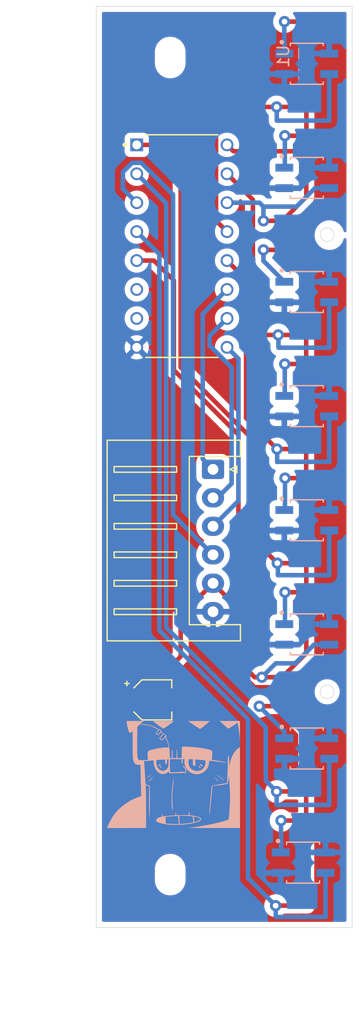
<source format=kicad_pcb>
(kicad_pcb (version 20240108) (generator "pcbnew") (generator_version "8.0")
  (layers (0 "F.Cu" signal) (31 "B.Cu" signal) (34 "B.Paste" user) (35 "F.Paste" user) (36 "B.SilkS" user "B.Silkscreen") (37 "F.SilkS" user "F.Silkscreen") (38 "B.Mask" user) (39 "F.Mask" user) (44 "Edge.Cuts" user))
  (net 0 "")
  (net 1 "VCC")
  (net 2 "GND")
  (net 3 "Net-(R1-Pad2)")
  (net 4 "Net-(R2-Pad2)")
  (net 5 "Net-(R3-Pad2)")
  (net 6 "Net-(R4-Pad2)")
  (net 7 "Net-(R5-Pad2)")
  (net 8 "Net-(R6-Pad2)")
  (net 9 "1A")
  (net 10 "2A")
  (net 11 "3A")
  (net 12 "4A")
  (net 13 "5A")
  (net 14 "6A")
  (net 15 "Net-(D7-A)")
  (net 16 "Net-(R7-Pad2)")
  (net 17 "Net-(R8-Pad2)")
  (net 18 "7A")
  (net 19 "8A")
  (net 20 "A")
  (net 21 "OUT")
  (net 22 "C")
  (net 23 "B")
  (footprint "Resistor_SMD:R_0201_0603Metric" (layer "F.Cu") (at 132.64 86.062114 180)
    (property "Reference" "R11")
    (property "Value" "10K")
    (pad "1" smd roundrect (at -0.32 0 180) (size 0.46 0.4) (layers "F.Cu" "F.Mask") (net 1 "VCC"))
    (pad "2" smd roundrect (at 0.32 0 180) (size 0.46 0.4) (layers "F.Cu" "F.Mask") (net 11 "3A"))
  )
  (footprint "Resistor_SMD:R_0201_0603Metric" (layer "F.Cu") (at 132.6494 68.569114 180)
    (property "Reference" "R2")
    (property "Value" "100")
    (pad "1" smd roundrect (at -0.32 0 180) (size 0.46 0.4) (layers "F.Cu" "F.Mask") (net 1 "VCC"))
    (pad "2" smd roundrect (at 0.32 0 180) (size 0.46 0.4) (layers "F.Cu" "F.Mask") (net 4 "Net-(R2-Pad2)"))
  )
  (footprint "Resistor_SMD:R_0201_0603Metric" (layer "F.Cu") (at 130.490796 118.659684 180)
    (property "Reference" "R7")
    (property "Value" "100")
    (pad "1" smd roundrect (at -0.32 0 180) (size 0.46 0.4) (layers "F.Cu" "F.Mask") (net 1 "VCC"))
    (pad "2" smd roundrect (at 0.32 0 180) (size 0.46 0.4) (layers "F.Cu" "F.Mask") (net 16 "Net-(R7-Pad2)"))
  )
  (footprint "Resistor_SMD:R_0201_0603Metric" (layer "F.Cu") (at 132.6494 88.613342 180)
    (property "Reference" "R4")
    (property "Value" "100")
    (pad "1" smd roundrect (at -0.32 0 180) (size 0.46 0.4) (layers "F.Cu" "F.Mask") (net 1 "VCC"))
    (pad "2" smd roundrect (at 0.32 0 180) (size 0.46 0.4) (layers "F.Cu" "F.Mask") (net 6 "Net-(R4-Pad2)"))
  )
  (footprint "MountingHole:MountingHole_2.2mm_M2" (layer "F.Cu") (at 121 61.7)
    (property "Reference" "REF**")
    (property "Value" "MountingHole_2.2mm_M2")
    (pad "" np_thru_hole oval (at 0 0) (size 2.2 3.15) (drill oval 2.2 3.15) (layers "F&B.Cu" "*.Mask"))
  )
  (footprint "Resistor_SMD:R_0201_0603Metric" (layer "F.Cu") (at 130.545 76.04 180)
    (property "Reference" "R10")
    (property "Value" "10K")
    (pad "1" smd roundrect (at -0.32 0 180) (size 0.46 0.4) (layers "F.Cu" "F.Mask") (net 1 "VCC"))
    (pad "2" smd roundrect (at 0.32 0 180) (size 0.46 0.4) (layers "F.Cu" "F.Mask") (net 10 "2A"))
  )
  (footprint "Resistor_SMD:R_0201_0603Metric" (layer "F.Cu") (at 130.481396 116.108456 180)
    (property "Reference" "R14")
    (property "Value" "10K")
    (pad "1" smd roundrect (at -0.32 0 180) (size 0.46 0.4) (layers "F.Cu" "F.Mask") (net 1 "VCC"))
    (pad "2" smd roundrect (at 0.32 0 180) (size 0.46 0.4) (layers "F.Cu" "F.Mask") (net 14 "6A"))
  )
  (footprint "Connector_JST:JST_XH_S6B-XH-A_1x06_P2.50mm_Horizontal" (layer "F.Cu") (at 124.7648 97.8662 -90)
    (property "Reference" "J2")
    (property "Value" "Conn_01x06_Socket")
    (pad "1" thru_hole roundrect (at 0 0 270) (size 1.7 1.95) (drill 0.95) (layers "*.Cu" "*.Mask") (roundrect_rratio 0.147059) (net 20 "A"))
    (pad "2" thru_hole oval (at 2.5 0 270) (size 1.7 1.95) (drill 0.95) (layers "*.Cu" "*.Mask") (net 23 "B"))
    (pad "3" thru_hole oval (at 5 0 270) (size 1.7 1.95) (drill 0.95) (layers "*.Cu" "*.Mask") (net 22 "C"))
    (pad "4" thru_hole oval (at 7.5 0 270) (size 1.7 1.95) (drill 0.95) (layers "*.Cu" "*.Mask") (net 21 "OUT"))
    (pad "5" thru_hole oval (at 10 0 270) (size 1.7 1.95) (drill 0.95) (layers "*.Cu" "*.Mask") (net 1 "VCC"))
    (pad "6" thru_hole oval (at 12.5 0 270) (size 1.7 1.95) (drill 0.95) (layers "*.Cu" "*.Mask") (net 2 "GND"))
  )
  (footprint "Resistor_SMD:R_0201_0603Metric" (layer "F.Cu") (at 132.66 66.04 180)
    (property "Reference" "R9")
    (property "Value" "10K")
    (pad "1" smd roundrect (at -0.32 0 180) (size 0.46 0.4) (layers "F.Cu" "F.Mask") (net 1 "VCC"))
    (pad "2" smd roundrect (at 0.32 0 180) (size 0.46 0.4) (layers "F.Cu" "F.Mask") (net 9 "1A"))
  )
  (footprint "Resistor_SMD:R_0201_0603Metric" (layer "F.Cu") (at 132.64 136.172686 180)
    (property "Reference" "R16")
    (property "Value" "10K")
    (pad "1" smd roundrect (at -0.32 0 180) (size 0.46 0.4) (layers "F.Cu" "F.Mask") (net 1 "VCC"))
    (pad "2" smd roundrect (at 0.32 0 180) (size 0.46 0.4) (layers "F.Cu" "F.Mask") (net 19 "8A"))
  )
  (footprint "CD4051BE:DIP794W45P254L1969H508Q16" (layer "F.Cu") (at 122.0275 78.26)
    (property "Reference" "U9")
    (property "Value" "CD4051BE")
    (pad "1" thru_hole rect (at -3.97 -8.89) (size 1.13 1.13) (drill 0.78) (layers "*.Cu" "*.Mask") (net 13 "5A"))
    (pad "2" thru_hole circle (at -3.97 -6.35) (size 1.13 1.13) (drill 0.78) (layers "*.Cu" "*.Mask") (net 18 "7A"))
    (pad "3" thru_hole circle (at -3.97 -3.81) (size 1.13 1.13) (drill 0.78) (layers "*.Cu" "*.Mask") (net 21 "OUT"))
    (pad "4" thru_hole circle (at -3.97 -1.27) (size 1.13 1.13) (drill 0.78) (layers "*.Cu" "*.Mask") (net 19 "8A"))
    (pad "5" thru_hole circle (at -3.97 1.27) (size 1.13 1.13) (drill 0.78) (layers "*.Cu" "*.Mask") (net 14 "6A"))
    (pad "6" thru_hole circle (at -3.97 3.81) (size 1.13 1.13) (drill 0.78) (layers "*.Cu" "*.Mask"))
    (pad "7" thru_hole circle (at -3.97 6.35) (size 1.13 1.13) (drill 0.78) (layers "*.Cu" "*.Mask"))
    (pad "8" thru_hole circle (at -3.97 8.89) (size 1.13 1.13) (drill 0.78) (layers "*.Cu" "*.Mask") (net 2 "GND"))
    (pad "9" thru_hole circle (at 3.97 8.89) (size 1.13 1.13) (drill 0.78) (layers "*.Cu" "*.Mask") (net 22 "C"))
    (pad "10" thru_hole circle (at 3.97 6.35) (size 1.13 1.13) (drill 0.78) (layers "*.Cu" "*.Mask") (net 23 "B"))
    (pad "11" thru_hole circle (at 3.97 3.81) (size 1.13 1.13) (drill 0.78) (layers "*.Cu" "*.Mask") (net 20 "A"))
    (pad "12" thru_hole circle (at 3.97 1.27) (size 1.13 1.13) (drill 0.78) (layers "*.Cu" "*.Mask") (net 12 "4A"))
    (pad "13" thru_hole circle (at 3.97 -1.27) (size 1.13 1.13) (drill 0.78) (layers "*.Cu" "*.Mask") (net 9 "1A"))
    (pad "14" thru_hole circle (at 3.97 -3.81) (size 1.13 1.13) (drill 0.78) (layers "*.Cu" "*.Mask") (net 10 "2A"))
    (pad "15" thru_hole circle (at 3.97 -6.35) (size 1.13 1.13) (drill 0.78) (layers "*.Cu" "*.Mask") (net 11 "3A"))
    (pad "16" thru_hole circle (at 3.97 -8.89) (size 1.13 1.13) (drill 0.78) (layers "*.Cu" "*.Mask") (net 1 "VCC"))
  )
  (footprint "Diode_SMD:D_0201_0603Metric" (layer "F.Cu") (at 124.14 123.19)
    (property "Reference" "D7")
    (property "Value" "LED")
    (pad "1" smd roundrect (at -0.32 0) (size 0.46 0.4) (layers "F.Cu" "F.Mask") (net 2 "GND"))
    (pad "2" smd roundrect (at 0.32 0) (size 0.46 0.4) (layers "F.Cu" "F.Mask") (net 15 "Net-(D7-A)"))
  )
  (footprint "Resistor_SMD:R_0201_0603Metric" (layer "F.Cu") (at 132.6494 128.7018 180)
    (property "Reference" "R8")
    (property "Value" "100")
    (pad "1" smd roundrect (at -0.32 0 180) (size 0.46 0.4) (layers "F.Cu" "F.Mask") (net 1 "VCC"))
    (pad "2" smd roundrect (at 0.32 0 180) (size 0.46 0.4) (layers "F.Cu" "F.Mask") (net 17 "Net-(R8-Pad2)"))
  )
  (footprint "Resistor_SMD:R_0201_0603Metric" (layer "F.Cu") (at 132.6494 58.547 180)
    (property "Reference" "R1")
    (property "Value" "100")
    (pad "1" smd roundrect (at -0.32 0 180) (size 0.46 0.4) (layers "F.Cu" "F.Mask") (net 1 "VCC"))
    (pad "2" smd roundrect (at 0.32 0 180) (size 0.46 0.4) (layers "F.Cu" "F.Mask") (net 3 "Net-(R1-Pad2)"))
  )
  (footprint "Resistor_SMD:R_0201_0603Metric" (layer "F.Cu") (at 132.64 106.106342 180)
    (property "Reference" "R13")
    (property "Value" "10K")
    (pad "1" smd roundrect (at -0.32 0 180) (size 0.46 0.4) (layers "F.Cu" "F.Mask") (net 1 "VCC"))
    (pad "2" smd roundrect (at 0.32 0 180) (size 0.46 0.4) (layers "F.Cu" "F.Mask") (net 13 "5A"))
  )
  (footprint "Capacitor_SMD:CP_Elec_3x5.3" (layer "F.Cu") (at 119.38 118.11)
    (property "Reference" "C1")
    (property "Value" "100")
    (pad "1" smd rect (at -1.5 0) (size 2.2 1.6) (layers "F.Cu" "F.Paste" "F.Mask") (net 1 "VCC"))
    (pad "2" smd rect (at 1.5 0) (size 2.2 1.6) (layers "F.Cu" "F.Paste" "F.Mask") (net 2 "GND"))
  )
  (footprint "Resistor_SMD:R_0201_0603Metric" (layer "F.Cu") (at 132.64 126.15057 180)
    (property "Reference" "R15")
    (property "Value" "10K")
    (pad "1" smd roundrect (at -0.32 0 180) (size 0.46 0.4) (layers "F.Cu" "F.Mask") (net 1 "VCC"))
    (pad "2" smd roundrect (at 0.32 0 180) (size 0.46 0.4) (layers "F.Cu" "F.Mask") (net 18 "7A"))
  )
  (footprint "Resistor_SMD:R_0201_0603Metric" (layer "F.Cu") (at 132.6494 108.65757 180)
    (property "Reference" "R6")
    (property "Value" "100")
    (pad "1" smd roundrect (at -0.32 0 180) (size 0.46 0.4) (layers "F.Cu" "F.Mask") (net 1 "VCC"))
    (pad "2" smd roundrect (at 0.32 0 180) (size 0.46 0.4) (layers "F.Cu" "F.Mask") (net 8 "Net-(R6-Pad2)"))
  )
  (footprint "Resistor_SMD:R_0201_0603Metric" (layer "F.Cu") (at 130.5544 78.591228 180)
    (property "Reference" "R3")
    (property "Value" "100")
    (pad "1" smd roundrect (at -0.32 0 180) (size 0.46 0.4) (layers "F.Cu" "F.Mask") (net 1 "VCC"))
    (pad "2" smd roundrect (at 0.32 0 180) (size 0.46 0.4) (layers "F.Cu" "F.Mask") (net 5 "Net-(R3-Pad2)"))
  )
  (footprint "Resistor_SMD:R_0201_0603Metric" (layer "F.Cu") (at 124.115 125.73)
    (property "Reference" "R23")
    (property "Value" "1K")
    (pad "1" smd roundrect (at -0.32 0) (size 0.46 0.4) (layers "F.Cu" "F.Mask") (net 1 "VCC"))
    (pad "2" smd roundrect (at 0.32 0) (size 0.46 0.4) (layers "F.Cu" "F.Mask") (net 15 "Net-(D7-A)"))
  )
  (footprint "MountingHole:MountingHole_2.2mm_M2" (layer "F.Cu") (at 121 133.45)
    (property "Reference" "REF**")
    (property "Value" "MountingHole_2.2mm_M2")
    (pad "" np_thru_hole oval (at 0 0) (size 2.2 3.15) (drill oval 2.2 3.15) (layers "F&B.Cu" "*.Mask"))
  )
  (footprint "Resistor_SMD:R_0201_0603Metric" (layer "F.Cu") (at 132.64 96.084228 180)
    (property "Reference" "R12")
    (property "Value" "10K")
    (pad "1" smd roundrect (at -0.32 0 180) (size 0.46 0.4) (layers "F.Cu" "F.Mask") (net 1 "VCC"))
    (pad "2" smd roundrect (at 0.32 0 180) (size 0.46 0.4) (layers "F.Cu" "F.Mask") (net 12 "4A"))
  )
  (footprint "Resistor_SMD:R_0201_0603Metric" (layer "F.Cu") (at 132.6494 98.635456 180)
    (property "Reference" "R5")
    (property "Value" "100")
    (pad "1" smd roundrect (at -0.32 0 180) (size 0.46 0.4) (layers "F.Cu" "F.Mask") (net 1 "VCC"))
    (pad "2" smd roundrect (at 0.32 0 180) (size 0.46 0.4) (layers "F.Cu" "F.Mask") (net 7 "Net-(R5-Pad2)"))
  )
  (footprint "QRE1113GR:SOIC180P460X187-4N" (layer "B.Cu") (at 133.01 102.335712 -90)
    (property "Reference" "U5")
    (property "Value" "QRE1113GR")
    (pad "1" smd rect (at -0.9 1.975 270) (size 0.69 1.57) (layers "B.Cu" "B.Paste" "B.Mask") (net 7 "Net-(R5-Pad2)"))
    (pad "2" smd rect (at -0.9 -1.975 270) (size 0.69 1.57) (layers "B.Cu" "B.Paste" "B.Mask") (net 2 "GND"))
    (pad "3" smd rect (at 0.9 -1.975 270) (size 0.69 1.57) (layers "B.Cu" "B.Paste" "B.Mask") (net 13 "5A"))
    (pad "4" smd rect (at 0.9 1.975 270) (size 0.69 1.57) (layers "B.Cu" "B.Paste" "B.Mask") (net 2 "GND"))
  )
  (footprint "QRE1113GR:SOIC180P460X187-4N" (layer "B.Cu") (at 133.01 92.314284 -90)
    (property "Reference" "U4")
    (property "Value" "QRE1113GR")
    (pad "1" smd rect (at -0.9 1.975 270) (size 0.69 1.57) (layers "B.Cu" "B.Paste" "B.Mask") (net 6 "Net-(R4-Pad2)"))
    (pad "2" smd rect (at -0.9 -1.975 270) (size 0.69 1.57) (layers "B.Cu" "B.Paste" "B.Mask") (net 2 "GND"))
    (pad "3" smd rect (at 0.9 -1.975 270) (size 0.69 1.57) (layers "B.Cu" "B.Paste" "B.Mask") (net 12 "4A"))
    (pad "4" smd rect (at 0.9 1.975 270) (size 0.69 1.57) (layers "B.Cu" "B.Paste" "B.Mask") (net 2 "GND"))
  )
  (footprint "QRE1113GR:SOIC180P460X187-4N" (layer "B.Cu") (at 133.01 122.378568 -90)
    (property "Reference" "U7")
    (property "Value" "QRE1113GR")
    (pad "1" smd rect (at -0.9 1.975 270) (size 0.69 1.57) (layers "B.Cu" "B.Paste" "B.Mask") (net 16 "Net-(R7-Pad2)"))
    (pad "2" smd rect (at -0.9 -1.975 270) (size 0.69 1.57) (layers "B.Cu" "B.Paste" "B.Mask") (net 2 "GND"))
    (pad "3" smd rect (at 0.9 -1.975 270) (size 0.69 1.57) (layers "B.Cu" "B.Paste" "B.Mask") (net 18 "7A"))
    (pad "4" smd rect (at 0.9 1.975 270) (size 0.69 1.57) (layers "B.Cu" "B.Paste" "B.Mask") (net 2 "GND"))
  )
  (footprint "QRE1113GR:SOIC180P460X187-4N" (layer "B.Cu") (at 133.01 112.35714 -90)
    (property "Reference" "U6")
    (property "Value" "QRE1113GR")
    (pad "1" smd rect (at -0.9 1.975 270) (size 0.69 1.57) (layers "B.Cu" "B.Paste" "B.Mask") (net 8 "Net-(R6-Pad2)"))
    (pad "2" smd rect (at -0.9 -1.975 270) (size 0.69 1.57) (layers "B.Cu" "B.Paste" "B.Mask") (net 2 "GND"))
    (pad "3" smd rect (at 0.9 -1.975 270) (size 0.69 1.57) (layers "B.Cu" "B.Paste" "B.Mask") (net 14 "6A"))
    (pad "4" smd rect (at 0.9 1.975 270) (size 0.69 1.57) (layers "B.Cu" "B.Paste" "B.Mask") (net 2 "GND"))
  )
  (footprint "QRE1113GR:SOIC180P460X187-4N" (layer "B.Cu") (at 133.01 72.271428 -90)
    (property "Reference" "U2")
    (property "Value" "QRE1113GR" (hide yes))
    (pad "1" smd rect (at -0.9 1.975 270) (size 0.69 1.57) (layers "B.Cu" "B.Paste" "B.Mask") (net 4 "Net-(R2-Pad2)"))
    (pad "2" smd rect (at -0.9 -1.975 270) (size 0.69 1.57) (layers "B.Cu" "B.Paste" "B.Mask") (net 2 "GND"))
    (pad "3" smd rect (at 0.9 -1.975 270) (size 0.69 1.57) (layers "B.Cu" "B.Paste" "B.Mask") (net 10 "2A"))
    (pad "4" smd rect (at 0.9 1.975 270) (size 0.69 1.57) (layers "B.Cu" "B.Paste" "B.Mask") (net 2 "GND"))
  )
  (footprint "QRE1113GR:SOIC180P460X187-4N" (layer "B.Cu") (at 133.01 62.25 -90)
    (property "Reference" "U1" (at -0.655 2.056 90) (layer "B.SilkS") (effects (justify mirror)))
    (property "Value" "QRE1113GR")
    (pad "1" smd rect (at -0.9 1.975 270) (size 0.69 1.57) (layers "B.Cu" "B.Paste" "B.Mask") (net 3 "Net-(R1-Pad2)"))
    (pad "2" smd rect (at -0.9 -1.975 270) (size 0.69 1.57) (layers "B.Cu" "B.Paste" "B.Mask") (net 2 "GND"))
    (pad "3" smd rect (at 0.9 -1.975 270) (size 0.69 1.57) (layers "B.Cu" "B.Paste" "B.Mask") (net 9 "1A"))
    (pad "4" smd rect (at 0.9 1.975 270) (size 0.69 1.57) (layers "B.Cu" "B.Paste" "B.Mask") (net 2 "GND"))
  )
  (footprint "QRE1113GR:SOIC180P460X187-4N" (layer "B.Cu") (at 133.01 82.292856 -90)
    (property "Reference" "U3")
    (property "Value" "QRE1113GR")
    (pad "1" smd rect (at -0.9 1.975 270) (size 0.69 1.57) (layers "B.Cu" "B.Paste" "B.Mask") (net 5 "Net-(R3-Pad2)"))
    (pad "2" smd rect (at -0.9 -1.975 270) (size 0.69 1.57) (layers "B.Cu" "B.Paste" "B.Mask") (net 2 "GND"))
    (pad "3" smd rect (at 0.9 -1.975 270) (size 0.69 1.57) (layers "B.Cu" "B.Paste" "B.Mask") (net 11 "3A"))
    (pad "4" smd rect (at 0.9 1.975 270) (size 0.69 1.57) (layers "B.Cu" "B.Paste" "B.Mask") (net 2 "GND"))
  )
  (footprint "QRE1113GR:SOIC180P460X187-4N" (layer "B.Cu") (at 132.685 132.4 -90)
    (property "Reference" "U8")
    (property "Value" "QRE1113GR")
    (pad "1" smd rect (at -0.9 1.975 270) (size 0.69 1.57) (layers "B.Cu" "B.Paste" "B.Mask") (net 17 "Net-(R8-Pad2)"))
    (pad "2" smd rect (at -0.9 -1.975 270) (size 0.69 1.57) (layers "B.Cu" "B.Paste" "B.Mask") (net 2 "GND"))
    (pad "3" smd rect (at 0.9 -1.975 270) (size 0.69 1.57) (layers "B.Cu" "B.Paste" "B.Mask") (net 19 "8A"))
    (pad "4" smd rect (at 0.9 1.975 270) (size 0.69 1.57) (layers "B.Cu" "B.Paste" "B.Mask") (net 2 "GND"))
  )
  (footprint "Demo.preety:Brawl_Frank" (layer "B.Cu") (at 120.9 124.65 180)
    (property "Reference" "G***" (hide yes))
    (property "Value" "LOGO" (hide yes))
  )
  (gr_circle (center 134.8 117.4) (end 134.35 117) (stroke (width 0.05)) (fill none) (layer "Edge.Cuts"))
  (gr_rect (start 114.5 57.2) (end 137 138.1) (stroke (width 0.05)) (fill none) (layer "Edge.Cuts"))
  (gr_circle (center 134.8 77.25) (end 134.35 76.85) (stroke (width 0.05)) (fill none) (layer "Edge.Cuts"))
  (segment (start 126.5625 69.935) (end 131.903392 69.935) (width 0.4) (layer "F.Cu") (net 1))
  (segment (start 121.92 110.711) (end 121.92 114.3) (width 0.4) (layer "F.Cu") (net 1))
  (segment (start 130.810796 117.0294) (end 130.810796 118.659684) (width 0.4) (layer "F.Cu") (net 1))
  (segment (start 130.781396 117) (end 130.810796 117.0294) (width 0.4) (layer "F.Cu") (net 1))
  (segment (start 132.96 120.8) (end 132.96 126.15057) (width 0.4) (layer "F.Cu") (net 1))
  (segment (start 126.4 114.981397) (end 128.418603 117) (width 0.4) (layer "F.Cu") (net 1))
  (segment (start 132.96 88.603942) (end 132.9694 88.613342) (width 0.4) (layer "F.Cu") (net 1))
  (segment (start 130.860944 116.108456) (end 132.9694 114) (width 0.4) (layer "F.Cu") (net 1))
  (segment (start 128.418603 117) (end 130.781396 117) (width 0.4) (layer "F.Cu") (net 1))
  (segment (start 132.9694 98.635456) (end 132.9638 98.641056) (width 0.4) (layer "F.Cu") (net 1))
  (segment (start 132.9694 68.569114) (end 132.9694 73.9356) (width 0.4) (layer "F.Cu") (net 1))
  (segment (start 132.9694 106.115742) (end 132.96 106.106342) (width 0.4) (layer "F.Cu") (net 1))
  (segment (start 130.801396 116.108456) (end 130.801396 116.98) (width 0.4) (layer "F.Cu") (net 1))
  (segment (start 132.9694 98.635456) (end 132.9694 106.096942) (width 0.4) (layer "F.Cu") (net 1))
  (segment (start 132.9694 68.569114) (end 132.9694 68.7594) (width 0.4) (layer "F.Cu") (net 1))
  (segment (start 132.98 66.04) (end 132.98 68.558514) (width 0.4) (layer "F.Cu") (net 1))
  (segment (start 132.96 128.6924) (end 132.9694 128.7018) (width 0.4) (layer "F.Cu") (net 1))
  (segment (start 130.8744 78.591228) (end 130.8744 76.0494) (width 0.4) (layer "F.Cu") (net 1))
  (segment (start 130.810796 118.659684) (end 130.819684 118.659684) (width 0.4) (layer "F.Cu") (net 1))
  (segment (start 132.9694 88.613342) (end 132.9694 96.074828) (width 0.4) (layer "F.Cu") (net 1))
  (segment (start 130.8744 78.6744) (end 132.96 80.76) (width 0.4) (layer "F.Cu") (net 1))
  (segment (start 132.9694 86.052714) (end 132.96 86.062114) (width 0.4) (layer "F.Cu") (net 1))
  (segment (start 132.9694 108.65757) (end 132.9694 106.115742) (width 0.4) (layer "F.Cu") (net 1))
  (segment (start 124.7648 107.8662) (end 121.92 110.711) (width 0.4) (layer "F.Cu") (net 1))
  (segment (start 121.92 114.3) (end 118.11 118.11) (width 0.4) (layer "F.Cu") (net 1))
  (segment (start 130.8744 78.591228) (end 130.8744 78.6744) (width 0.4) (layer "F.Cu") (net 1))
  (segment (start 130.8744 76.0494) (end 130.865 76.04) (width 0.4) (layer "F.Cu") (net 1))
  (segment (start 132.9694 114) (end 132.9694 108.65757) (width 0.4) (layer "F.Cu") (net 1))
  (segment (start 132.9694 128.7018) (end 132.9694 136.163286) (width 0.4) (layer "F.Cu") (net 1))
  (segment (start 132.98 58.5576) (end 132.98 66.04) (width 0.4) (layer "F.Cu") (net 1))
  (segment (start 130.865 76.04) (end 132.2525 74.6525) (width 0.4) (layer "F.Cu") (net 1))
  (segment (start 132.96 126.15057) (end 132.96 128.6924) (width 0.4) (layer "F.Cu") (net 1))
  (segment (start 132.9694 58.547) (end 132.98 58.5576) (width 0.4) (layer "F.Cu") (net 1))
  (segment (start 132.9694 73.9356) (end 132.2525 74.6525) (width 0.4) (layer "F.Cu") (net 1))
  (segment (start 125.9975 69.37) (end 126.5625 69.935) (width 0.4) (layer "F.Cu") (net 1))
  (segment (start 132.98 68.558514) (end 132.9694 68.569114) (width 0.4) (layer "F.Cu") (net 1))
  (segment (start 132.96 80.76) (end 132.96 86.062114) (width 0.4) (layer "F.Cu") (net 1))
  (segment (start 118.11 118.11) (end 117.88 118.11) (width 0.4) (layer "F.Cu") (net 1))
  (segment (start 132.96 96.084228) (end 132.96 98.626056) (width 0.4) (layer "F.Cu") (net 1))
  (segment (start 132.9694 106.096942) (end 132.96 106.106342) (width 0.4) (layer "F.Cu") (net 1))
  (segment (start 131.903392 69.935) (end 132.9694 68.868992) (width 0.4) (layer "F.Cu") (net 1))
  (segment (start 130.819684 118.659684) (end 132.96 120.8) (width 0.4) (layer "F.Cu") (net 1))
  (segment (start 132.96 86.062114) (end 132.96 88.603942) (width 0.4) (layer "F.Cu") (net 1))
  (segment (start 132.9694 136.163286) (end 132.96 136.172686) (width 0.4) (layer "F.Cu") (net 1))
  (segment (start 132.96 98.626056) (end 132.9694 98.635456) (width 0.4) (layer "F.Cu") (net 1))
  (segment (start 123.795 125.73) (end 117.88 119.815) (width 0.4) (layer "F.Cu") (net 1))
  (segment (start 124.7648 107.8662) (end 126.4 109.5014) (width 0.4) (layer "F.Cu") (net 1))
  (segment (start 132.9694 68.868992) (end 132.9694 68.569114) (width 0.4) (layer "F.Cu") (net 1))
  (segment (start 126.4 109.5014) (end 126.4 114.981397) (width 0.4) (layer "F.Cu") (net 1))
  (segment (start 132.9694 68.7594) (end 132.96 68.7688) (width 0.4) (layer "F.Cu") (net 1))
  (segment (start 117.88 119.815) (end 117.88 118.11) (width 0.4) (layer "F.Cu") (net 1))
  (segment (start 132.9694 96.074828) (end 132.96 96.084228) (width 0.4) (layer "F.Cu") (net 1))
  (segment (start 130.801396 116.98) (end 130.781396 117) (width 0.4) (layer "F.Cu") (net 1))
  (segment (start 130.801396 116.108456) (end 130.860944 116.108456) (width 0.4) (layer "F.Cu") (net 1))
  (segment (start 132.3294 58.547) (end 131.053 58.547) (width 0.4) (layer "F.Cu") (net 3))
  (via (at 131.053 58.547) (size 1) (drill 0.5) (layers "F.Cu" "B.Cu") (net 3))
  (segment (start 131.035 58.565) (end 131.053 58.547) (width 0.4) (layer "B.Cu") (net 3))
  (segment (start 131.035 61.35) (end 131.035 58.565) (width 0.4) (layer "B.Cu") (net 3))
  (segment (start 132.3294 68.569114) (end 131.080886 68.569114) (width 0.4) (layer "F.Cu") (net 4))
  (via (at 131.080886 68.569114) (size 1) (drill 0.5) (layers "F.Cu" "B.Cu") (net 4))
  (segment (start 131.080886 71.325542) (end 131.035 71.371428) (width 0.4) (layer "B.Cu") (net 4))
  (segment (start 131.080886 68.569114) (end 131.080886 71.325542) (width 0.4) (layer "B.Cu") (net 4))
  (segment (start 130.2344 78.591228) (end 129.2 78.591228) (width 0.4) (layer "F.Cu") (net 5))
  (via (at 129.2 78.591228) (size 1) (drill 0.5) (layers "F.Cu" "B.Cu") (net 5))
  (segment (start 129.2 79.557856) (end 131.035 81.392856) (width 0.4) (layer "B.Cu") (net 5))
  (segment (start 129.2 78.591228) (end 129.2 79.557856) (width 0.4) (layer "B.Cu") (net 5))
  (segment (start 132.3294 88.613342) (end 131.073342 88.613342) (width 0.4) (layer "F.Cu") (net 6))
  (via (at 131.073342 88.613342) (size 1) (drill 0.5) (layers "F.Cu" "B.Cu") (net 6))
  (segment (start 131.073342 91.375942) (end 131.035 91.414284) (width 0.4) (layer "B.Cu") (net 6))
  (segment (start 131.073342 88.613342) (end 131.073342 91.375942) (width 0.4) (layer "B.Cu") (net 6))
  (segment (start 132.3294 98.635456) (end 131.094544 98.635456) (width 0.4) (layer "F.Cu") (net 7))
  (via (at 131.094544 98.635456) (size 1) (drill 0.5) (layers "F.Cu" "B.Cu") (net 7))
  (segment (start 131.094544 101.376168) (end 131.035 101.435712) (width 0.4) (layer "B.Cu") (net 7))
  (segment (start 131.094544 98.635456) (end 131.094544 101.376168) (width 0.4) (layer "B.Cu") (net 7))
  (segment (start 132.3294 108.65757) (end 131.09243 108.65757) (width 0.4) (layer "F.Cu") (net 8))
  (via (at 131.09243 108.65757) (size 1) (drill 0.5) (layers "F.Cu" "B.Cu") (net 8))
  (segment (start 131.09243 111.39971) (end 131.035 111.45714) (width 0.4) (layer "B.Cu") (net 8))
  (segment (start 131.09243 108.65757) (end 131.09243 111.39971) (width 0.4) (layer "B.Cu") (net 8))
  (segment (start 132.34 66.04) (end 130.36 66.04) (width 0.4) (layer "F.Cu") (net 9))
  (segment (start 127 66.04) (end 130.36 66.04) (width 0.4) (layer "F.Cu") (net 9))
  (segment (start 125.0325 76.025) (end 125.0325 68.0075) (width 0.4) (layer "F.Cu") (net 9))
  (segment (start 125.0325 68.0075) (end 127 66.04) (width 0.4) (layer "F.Cu") (net 9))
  (segment (start 125.9975 76.99) (end 125.0325 76.025) (width 0.4) (layer "F.Cu") (net 9))
  (via (at 130.36 66.04) (size 1) (drill 0.5) (layers "F.Cu" "B.Cu") (net 9))
  (segment (start 134.985 67.235) (end 134.99 67.24) (width 0.4) (layer "B.Cu") (net 9))
  (segment (start 130.37 67.24) (end 130.37 66.05) (width 0.4) (layer "B.Cu") (net 9))
  (segment (start 134.985 63.15) (end 134.985 67.235) (width 0.4) (layer "B.Cu") (net 9))
  (segment (start 134.9756 63.1594) (end 134.985 63.15) (width 0.4) (layer "B.Cu") (net 9))
  (segment (start 134.99 67.24) (end 130.37 67.24) (width 0.4) (layer "B.Cu") (net 9))
  (segment (start 130.37 66.05) (end 130.36 66.04) (width 0.4) (layer "B.Cu") (net 9))
  (segment (start 129.2 76.04) (end 130.225 76.04) (width 0.4) (layer "F.Cu") (net 10))
  (via (at 129.2 76.04) (size 1) (drill 0.5) (layers "F.Cu" "B.Cu") (net 10))
  (segment (start 133.728572 73.171428) (end 134.985 73.171428) (width 0.4) (layer "B.Cu") (net 10))
  (segment (start 128.86 74.45) (end 125.9975 74.45) (width 0.4) (layer "B.Cu") (net 10))
  (segment (start 129.2 74.79) (end 128.86 74.45) (width 0.4) (layer "B.Cu") (net 10))
  (segment (start 132.11 74.79) (end 133.728572 73.171428) (width 0.4) (layer "B.Cu") (net 10))
  (segment (start 129.2 76.04) (end 129.2 74.79) (width 0.4) (layer "B.Cu") (net 10))
  (segment (start 129.2 74.79) (end 132.11 74.79) (width 0.4) (layer "B.Cu") (net 10))
  (segment (start 130.502114 86.062114) (end 130.5 86.06) (width 0.4) (layer "F.Cu") (net 11))
  (segment (start 128.27 85.09) (end 129.24 86.06) (width 0.4) (layer "F.Cu") (net 11))
  (segment (start 129.24 86.06) (end 130.5 86.06) (width 0.4) (layer "F.Cu") (net 11))
  (segment (start 132.32 86.062114) (end 130.502114 86.062114) (width 0.4) (layer "F.Cu") (net 11))
  (segment (start 125.9975 71.91) (end 128.27 74.1825) (width 0.4) (layer "F.Cu") (net 11))
  (segment (start 128.27 74.1825) (end 128.27 85.09) (width 0.4) (layer "F.Cu") (net 11))
  (via (at 130.5 86.06) (size 1) (drill 0.5) (layers "F.Cu" "B.Cu") (net 11))
  (segment (start 134.985 87.175) (end 134.99 87.18) (width 0.4) (layer "B.Cu") (net 11))
  (segment (start 130.52 86.08) (end 130.5 86.06) (width 0.4) (layer "B.Cu") (net 11))
  (segment (start 130.52 87.18) (end 130.52 86.08) (width 0.4) (layer "B.Cu") (net 11))
  (segment (start 134.985 83.192856) (end 134.985 87.175) (width 0.4) (layer "B.Cu") (net 11))
  (segment (start 134.99 87.18) (end 130.52 87.18) (width 0.4) (layer "B.Cu") (net 11))
  (segment (start 134.958828 83.219028) (end 134.985 83.192856) (width 0.4) (layer "B.Cu") (net 11))
  (segment (start 130.39 96.08) (end 130.394228 96.084228) (width 0.4) (layer "F.Cu") (net 12))
  (segment (start 127.67 81.2025) (end 127.67 93.36) (width 0.4) (layer "F.Cu") (net 12))
  (segment (start 127.67 93.36) (end 130.39 96.08) (width 0.4) (layer "F.Cu") (net 12))
  (segment (start 125.9975 79.53) (end 127.67 81.2025) (width 0.4) (layer "F.Cu") (net 12))
  (segment (start 132.32 96.084228) (end 130.394228 96.084228) (width 0.4) (layer "F.Cu") (net 12))
  (via (at 130.39 96.08) (size 1) (drill 0.5) (layers "F.Cu" "B.Cu") (net 12))
  (segment (start 134.959058 93.240226) (end 134.985 93.214284) (width 0.4) (layer "B.Cu") (net 12))
  (segment (start 134.985 97.195) (end 134.98 97.2) (width 0.4) (layer "B.Cu") (net 12))
  (segment (start 130.41 96.1) (end 130.39 96.08) (width 0.4) (layer "B.Cu") (net 12))
  (segment (start 134.98 97.2) (end 130.43 97.2) (width 0.4) (layer "B.Cu") (net 12))
  (segment (start 134.985 93.214284) (end 134.985 97.195) (width 0.4) (layer "B.Cu") (net 12))
  (segment (start 130.41 97.22) (end 130.41 96.1) (width 0.4) (layer "B.Cu") (net 12))
  (segment (start 130.42 106.1) (end 130.426342 106.106342) (width 0.4) (layer "F.Cu") (net 13))
  (segment (start 121.92 69.85) (end 120.65 69.85) (width 0.4) (layer "F.Cu") (net 13))
  (segment (start 128.27 95.25) (end 121.92 88.9) (width 0.4) (layer "F.Cu") (net 13))
  (segment (start 120.65 69.85) (end 120.17 69.37) (width 0.4) (layer "F.Cu") (net 13))
  (segment (start 130.42 106.1) (end 128.27 103.95) (width 0.4) (layer "F.Cu") (net 13))
  (segment (start 132.32 106.106342) (end 130.426342 106.106342) (width 0.4) (layer "F.Cu") (net 13))
  (segment (start 128.27 103.95) (end 128.27 95.25) (width 0.4) (layer "F.Cu") (net 13))
  (segment (start 120.17 69.37) (end 118.0575 69.37) (width 0.4) (layer "F.Cu") (net 13))
  (segment (start 121.92 88.9) (end 121.92 69.85) (width 0.4) (layer "F.Cu") (net 13))
  (via (at 130.42 106.1) (size 1) (drill 0.5) (layers "F.Cu" "B.Cu") (net 13))
  (segment (start 130.47 107.16) (end 130.47 106.15) (width 0.4) (layer "B.Cu") (net 13))
  (segment (start 134.983056 103.237656) (end 134.985 103.235712) (width 0.4) (layer "B.Cu") (net 13))
  (segment (start 134.985 103.235712) (end 134.985 107.155) (width 0.4) (layer "B.Cu") (net 13))
  (segment (start 130.47 106.15) (end 130.42 106.1) (width 0.4) (layer "B.Cu") (net 13))
  (segment (start 134.98 107.16) (end 134.985 107.155) (width 0.4) (layer "B.Cu") (net 13))
  (segment (start 134.98 107.16) (end 130.47 107.16) (width 0.4) (layer "B.Cu") (net 13))
  (segment (start 128.42 116.12) (end 129.05706 116.12) (width 0.4) (layer "F.Cu") (net 14))
  (segment (start 121.32 81.28) (end 121.32 89.148528) (width 0.4) (layer "F.Cu") (net 14))
  (segment (start 121.32 89.148528) (end 127 94.828528) (width 0.4) (layer "F.Cu") (net 14))
  (segment (start 118.0575 79.53) (end 119.57 79.53) (width 0.4) (layer "F.Cu") (net 14))
  (segment (start 130.149852 116.12) (end 130.161396 116.108456) (width 0.4) (layer "F.Cu") (net 14))
  (segment (start 127 94.828528) (end 127 114.7) (width 0.4) (layer "F.Cu") (net 14))
  (segment (start 119.57 79.53) (end 121.32 81.28) (width 0.4) (layer "F.Cu") (net 14))
  (segment (start 130.161396 116.108456) (end 130.15294 116.1) (width 0.4) (layer "F.Cu") (net 14))
  (segment (start 127 114.7) (end 128.42 116.12) (width 0.4) (layer "F.Cu") (net 14))
  (segment (start 129.05706 116.12) (end 130.149852 116.12) (width 0.4) (layer "F.Cu") (net 14))
  (via (at 129.05706 116.12) (size 1) (drill 0.5) (layers "F.Cu" "B.Cu") (net 14))
  (segment (start 134.98517 113.25731) (end 134.985 113.25714) (width 0.4) (layer "B.Cu") (net 14))
  (segment (start 130.27706 114.9) (end 132 114.9) (width 0.4) (layer "B.Cu") (net 14))
  (segment (start 133.64286 113.25714) (end 134.985 113.25714) (width 0.4) (layer "B.Cu") (net 14))
  (segment (start 129.05706 116.12) (end 130.27706 114.9) (width 0.4) (layer "B.Cu") (net 14))
  (segment (start 132 114.9) (end 133.64286 113.25714) (width 0.4) (layer "B.Cu") (net 14))
  (segment (start 124.435 125.73) (end 124.46 125.705) (width 0.4) (layer "F.Cu") (net 15))
  (segment (start 124.46 125.705) (end 124.46 123.19) (width 0.4) (layer "F.Cu") (net 15))
  (segment (start 128.840316 118.659684) (end 128.831397 118.668603) (width 0.4) (layer "F.Cu") (net 16))
  (segment (start 130.170796 118.659684) (end 128.840316 118.659684) (width 0.4) (layer "F.Cu") (net 16))
  (via (at 128.831397 118.668603) (size 1) (drill 0.5) (layers "F.Cu" "B.Cu") (net 16))
  (segment (start 131.035 121.478568) (end 131.035 120.872206) (width 0.4) (layer "B.Cu") (net 16))
  (segment (start 131.035 120.872206) (end 128.831397 118.668603) (width 0.4) (layer "B.Cu") (net 16))
  (segment (start 132.3294 128.7018) (end 130.7482 128.7018) (width 0.4) (layer "F.Cu") (net 17))
  (via (at 130.7482 128.7018) (size 1) (drill 0.5) (layers "F.Cu" "B.Cu") (net 17))
  (segment (start 130.7482 128.7018) (end 130.7482 131.4618) (width 0.4) (layer "B.Cu") (net 17))
  (segment (start 130.7482 131.4618) (end 130.71 131.5) (width 0.4) (layer "B.Cu") (net 17))
  (segment (start 130.36943 126.15057) (end 130.36 126.16) (width 0.4) (layer "F.Cu") (net 18))
  (segment (start 132.32 126.15057) (end 130.36943 126.15057) (width 0.4) (layer "F.Cu") (net 18))
  (via (at 130.36 126.16) (size 1) (drill 0.5) (layers "F.Cu" "B.Cu") (net 18))
  (segment (start 120.65 74.5025) (end 118.0575 71.91) (width 0.4) (layer "B.Cu") (net 18))
  (segment (start 129.41 125.21) (end 129.41 120.52) (width 0.4) (layer "B.Cu") (net 18))
  (segment (start 129.41 120.52) (end 120.65 111.76) (width 0.4) (layer "B.Cu") (net 18))
  (segment (start 134.985 123.278568) (end 134.985 127.325) (width 0.4) (layer "B.Cu") (net 18))
  (segment (start 130.38 127.33) (end 130.37 127.34) (width 0.4) (layer "B.Cu") (net 18))
  (segment (start 134.985 127.325) (end 134.98 127.33) (width 0.4) (layer "B.Cu") (net 18))
  (segment (start 130.36 127.33) (end 130.36 126.16) (width 0.4) (layer "B.Cu") (net 18))
  (segment (start 134.98 127.33) (end 130.38 127.33) (width 0.4) (layer "B.Cu") (net 18))
  (segment (start 120.65 111.76) (end 120.65 74.5025) (width 0.4) (layer "B.Cu") (net 18))
  (segment (start 134.972716 123.290852) (end 134.985 123.278568) (width 0.4) (layer "B.Cu") (net 18))
  (segment (start 130.37 127.34) (end 130.36 127.33) (width 0.4) (layer "B.Cu") (net 18))
  (segment (start 130.36 126.16) (end 129.41 125.21) (width 0.4) (layer "B.Cu") (net 18))
  (segment (start 132.32 136.172686) (end 130.277314 136.172686) (width 0.4) (layer "F.Cu") (net 19))
  (segment (start 130.277314 136.172686) (end 130.27 136.18) (width 0.4) (layer "F.Cu") (net 19))
  (via (at 130.27 136.18) (size 1) (drill 0.5) (layers "F.Cu" "B.Cu") (net 19))
  (segment (start 134.66 133.3) (end 134.66 137.17) (width 0.4) (layer "B.Cu") (net 19))
  (segment (start 130.28 137.18) (end 130.28 136.19) (width 0.4) (layer "B.Cu") (net 19))
  (segment (start 127.845736 119.804264) (end 120.05 112.008528) (width 0.4) (layer "B.Cu") (net 19))
  (segment (start 120.05 78.9825) (end 118.0575 76.99) (width 0.4) (layer "B.Cu") (net 19))
  (segment (start 130.28 136.19) (end 130.27 136.18) (width 0.4) (layer "B.Cu") (net 19))
  (segment (start 120.05 112.008528) (end 120.05 78.9825) (width 0.4) (layer "B.Cu") (net 19))
  (segment (start 134.66 137.17) (end 130.29 137.17) (width 0.4) (layer "B.Cu") (net 19))
  (segment (start 130.27 136.18) (end 127.845736 133.755736) (width 0.4) (layer "B.Cu") (net 19))
  (segment (start 127.845736 133.755736) (end 127.845736 119.804264) (width 0.4) (layer "B.Cu") (net 19))
  (segment (start 134.6506 133.3094) (end 134.66 133.3) (width 0.4) (layer "B.Cu") (net 19))
  (segment (start 124.7648 97.8662) (end 123.86 96.9614) (width 0.4) (layer "B.Cu") (net 20))
  (segment (start 123.86 96.9614) (end 123.86 84.2075) (width 0.4) (layer "B.Cu") (net 20))
  (segment (start 123.86 84.2075) (end 125.9975 82.07) (width 0.4) (layer "B.Cu") (net 20))
  (segment (start 118.457217 70.945) (end 117.657783 70.945) (width 0.4) (layer "B.Cu") (net 21))
  (segment (start 116.84 71.762783) (end 116.84 73.2325) (width 0.4) (layer "B.Cu") (net 21))
  (segment (start 121.25 73.737783) (end 118.457217 70.945) (width 0.4) (layer "B.Cu") (net 21))
  (segment (start 124.7648 105.3662) (end 121.25 101.8514) (width 0.4) (layer "B.Cu") (net 21))
  (segment (start 116.84 73.2325) (end 118.0575 74.45) (width 0.4) (layer "B.Cu") (net 21))
  (segment (start 117.657783 70.945) (end 116.84 71.762783) (width 0.4) (layer "B.Cu") (net 21))
  (segment (start 121.25 101.8514) (end 121.25 73.737783) (width 0.4) (layer "B.Cu") (net 21))
  (segment (start 127 88.1525) (end 125.9975 87.15) (width 0.4) (layer "B.Cu") (net 22))
  (segment (start 127 100.631) (end 127 88.1525) (width 0.4) (layer "B.Cu") (net 22))
  (segment (start 124.7648 102.8662) (end 127 100.631) (width 0.4) (layer "B.Cu") (net 22))
  (segment (start 125.15 100.3662) (end 126.4 99.1162) (width 0.4) (layer "B.Cu") (net 23))
  (segment (start 126.4 88.917217) (end 124.46 86.977217) (width 0.4) (layer "B.Cu") (net 23))
  (segment (start 124.46 86.1475) (end 125.9975 84.61) (width 0.4) (layer "B.Cu") (net 23))
  (segment (start 124.7648 100.3662) (end 125.15 100.3662) (width 0.4) (layer "B.Cu") (net 23))
  (segment (start 124.46 86.977217) (end 124.46 86.1475) (width 0.4) (layer "B.Cu") (net 23))
  (segment (start 126.4 99.1162) (end 126.4 88.917217) (width 0.4) (layer "B.Cu") (net 23))
  (zone (net 2) (net_name "GND") (layers "F&B.Cu") (connect_pads (clearance 0.5)) (min_thickness 0.25) (fill yes (thermal_gap 0.5) (thermal_bridge_width 0.5))
    (polygon (pts (xy 137.6 138.1) (xy 137.6 57.2) (xy 114.5 57.2) (xy 114.5 138.1)))
  )
)
</source>
